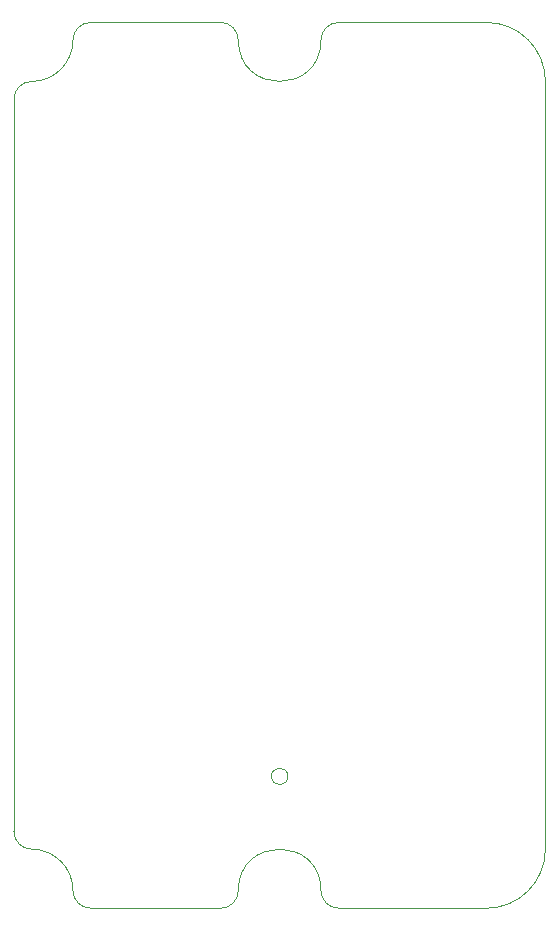
<source format=gbr>
G04 #@! TF.GenerationSoftware,KiCad,Pcbnew,(5.0.0-rc2-dev-107-g49486b83b)*
G04 #@! TF.CreationDate,2018-03-27T00:01:31+08:00*
G04 #@! TF.ProjectId,ebox-i2c-eeprom,65626F782D6932632D656570726F6D2E,rev?*
G04 #@! TF.SameCoordinates,Original*
G04 #@! TF.FileFunction,Profile,NP*
%FSLAX46Y46*%
G04 Gerber Fmt 4.6, Leading zero omitted, Abs format (unit mm)*
G04 Created by KiCad (PCBNEW (5.0.0-rc2-dev-107-g49486b83b)) date 03/27/18 00:01:31*
%MOMM*%
%LPD*%
G01*
G04 APERTURE LIST*
%ADD10C,0.100000*%
G04 APERTURE END LIST*
D10*
X23200537Y-63840000D02*
G75*
G03X23200537Y-63840000I-700000J0D01*
G01*
X27500000Y0D02*
X40000000Y0D01*
X26000000Y-1500000D02*
G75*
G02X27500000Y0I1500000J0D01*
G01*
X17500000Y0D02*
G75*
G02X19000000Y-1500000I0J-1500000D01*
G01*
X6500000Y0D02*
X17500000Y0D01*
X5000000Y-1500000D02*
G75*
G02X6500000Y0I1500000J0D01*
G01*
X27500000Y-75000000D02*
G75*
G02X26000000Y-73500000I0J1500000D01*
G01*
X1500000Y-70000000D02*
G75*
G02X0Y-68500000I0J1500000D01*
G01*
X0Y-6500000D02*
G75*
G02X1500000Y-5000000I1500000J0D01*
G01*
X0Y-68500000D02*
X0Y-6500000D01*
X1500000Y-70000000D02*
G75*
G02X5000000Y-73500000I0J-3500000D01*
G01*
X6500000Y-75000000D02*
G75*
G02X5000000Y-73500000I0J1500000D01*
G01*
X45000000Y-5000000D02*
X45000000Y-70000000D01*
X17500000Y-75000000D02*
X6500000Y-75000000D01*
X45000000Y-70000000D02*
G75*
G02X40000000Y-75000000I-5000000J0D01*
G01*
X19000000Y-73500000D02*
G75*
G02X26000000Y-73500000I3500000J0D01*
G01*
X5000000Y-1500000D02*
G75*
G02X1500000Y-5000000I-3500000J0D01*
G01*
X40000000Y-75000000D02*
X27500000Y-75000000D01*
X19000000Y-73500000D02*
G75*
G02X17500000Y-75000000I-1500000J0D01*
G01*
X40000000Y0D02*
G75*
G02X45000000Y-5000000I0J-5000000D01*
G01*
X26000000Y-1500000D02*
G75*
G02X19000000Y-1500000I-3500000J0D01*
G01*
M02*

</source>
